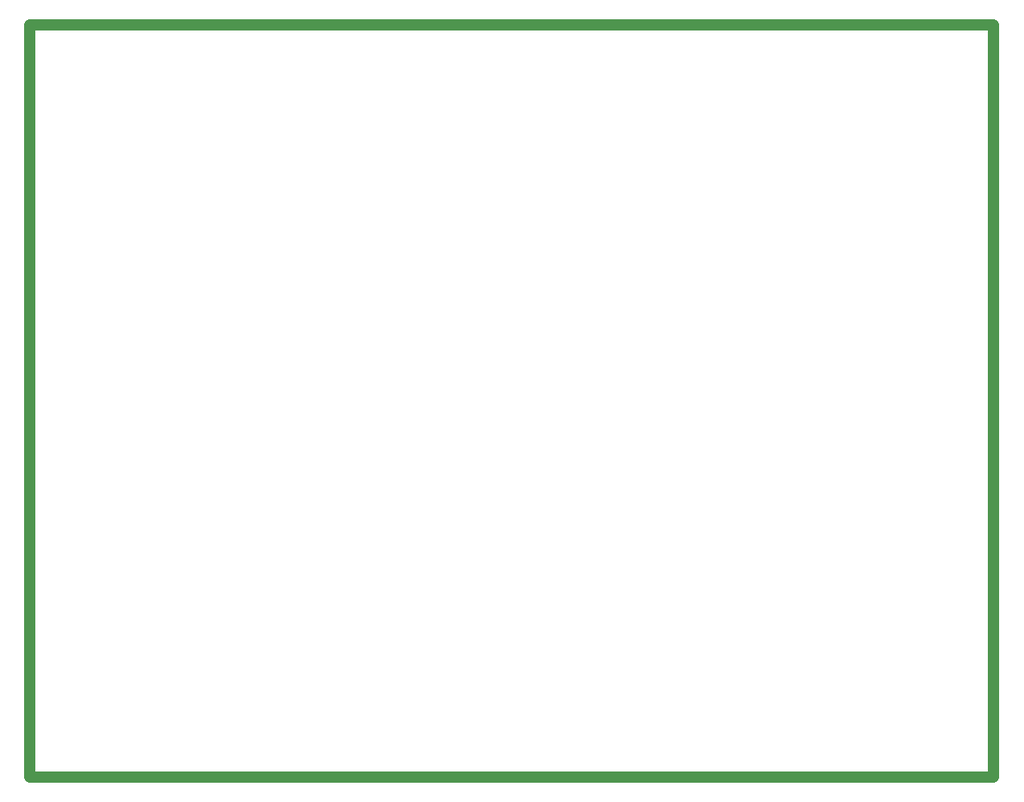
<source format=gko>
G04 Layer_Color=16711935*
%FSLAX25Y25*%
%MOIN*%
G70*
G01*
G75*
%ADD70C,0.04724*%
D70*
X100000Y100000D02*
Y412500D01*
X500000D01*
Y100000D02*
Y412500D01*
X100000Y100000D02*
X500000D01*
M02*

</source>
